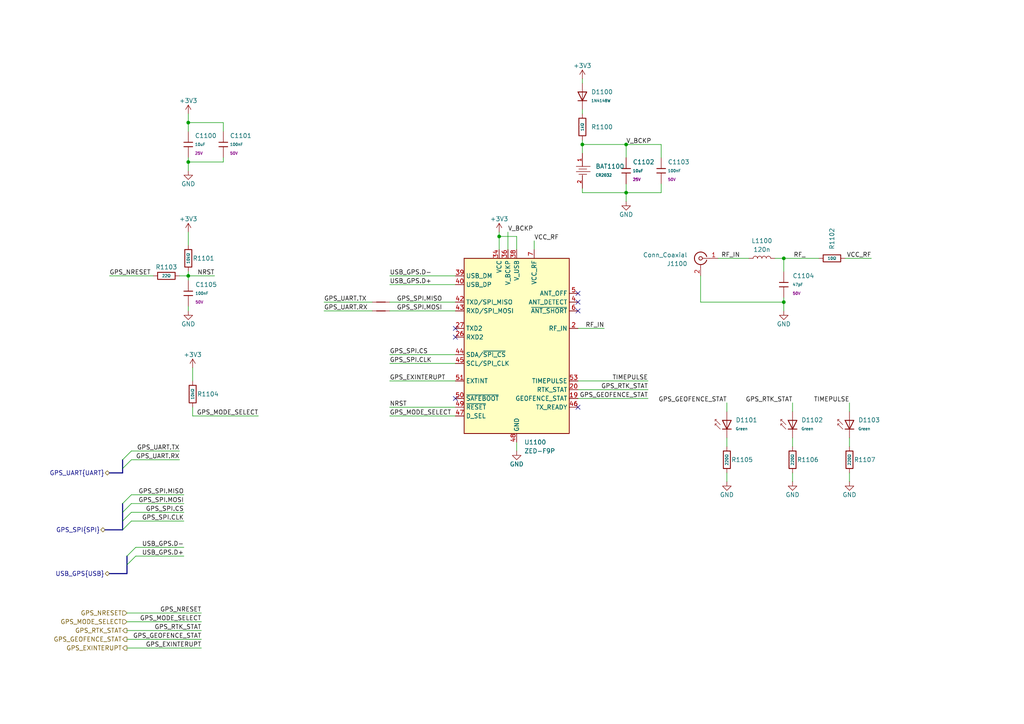
<source format=kicad_sch>
(kicad_sch (version 20231120) (generator "eeschema") (generator_version "8.0")
  (paper "A4")
  (title_block (title "ModuCard nav module") (rev "1.0") (comment 2 "Project author: Patryk Dudziński"))
  (lib_symbols
    (symbol "0402,100nF,(2)_1" (pin_numbers hide) (pin_names (offset 0))
      (property "Reference" "C" (at 2.032 1.668 0))
      (property "Value" "100nF" (at 2.032 -0.3782 0))
      (property "Voltage Rated" "50V" (at 2.032 -2.0462 0))
      (symbol "0402,100nF,(2)_1_0_1"
        (polyline (pts (xy -1.27 -0.635) (xy 1.27 -0.635)) (stroke (width 0.254)))
        (polyline (pts (xy -1.27 0.635) (xy 1.27 0.635)) (stroke (width 0.254)))
      )
      (symbol "0402,100nF,(2)_1_1_1"
        (pin passive line (at 0 3.81 270) (length 3.175) (name "~") (number "1"))
        (pin passive line (at 0 -3.81 90) (length 3.175) (name "~") (number "2"))
      )
    )
    (symbol "Connector:Conn_Coaxial" (pin_names (offset 1.016) hide)
      (property "Reference" "J" (at 0.254 3.048 0))
      (property "Value" "Conn_Coaxial" (at 2.921 0 90))
      (symbol "Conn_Coaxial_0_1"
        (arc (start -1.778 -0.508) (mid 0.2311 -1.8066) (end 1.778 0) (stroke (width 0.254)))
        (polyline (pts (xy -2.54 0) (xy -0.508 0)))
        (polyline (pts (xy 0 -2.54) (xy 0 -1.778)))
        (circle (center 0 0) (radius 0.508) (stroke (width 0.2032)))
        (arc (start 1.778 0) (mid 0.2099 1.8101) (end -1.778 0.508) (stroke (width 0.254)))
      )
      (symbol "Conn_Coaxial_1_1"
        (pin passive line (at -5.08 0 0) (length 2.54) (name "In") (number "1"))
        (pin passive line (at 0 -5.08 90) (length 2.54) (name "Ext") (number "2"))
      )
    )
    (symbol "Device:L" (pin_numbers hide) (pin_names (offset 1.016) hide)
      (property "Reference" "L" (at -1.27 0 90))
      (property "Value" "L" (at 1.905 0 90))
      (symbol "L_0_1"
        (arc (start 0 -2.54) (mid 0.6323 -1.905) (end 0 -1.27))
        (arc (start 0 -1.27) (mid 0.6323 -0.635) (end 0 0))
        (arc (start 0 0) (mid 0.6323 0.635) (end 0 1.27))
        (arc (start 0 1.27) (mid 0.6323 1.905) (end 0 2.54))
      )
      (symbol "L_1_1"
        (pin passive line (at 0 3.81 270) (length 1.27) (name "1") (number "1"))
        (pin passive line (at 0 -3.81 90) (length 1.27) (name "2") (number "2"))
      )
    )
    (symbol "Device:NetTie_2" (pin_numbers hide) (pin_names (offset 0) hide) (in_bom no)
      (property "Reference" "NT" (at 0 1.27 0))
      (property "Value" "NetTie_2" (at 0 -1.27 0))
      (symbol "NetTie_2_0_1"
        (polyline (pts (xy -1.27 0) (xy 1.27 0)) (stroke (width 0.254)))
      )
      (symbol "NetTie_2_1_1"
        (pin passive line (at -2.54 0 0) (length 2.54) (name "1") (number "1"))
        (pin passive line (at 2.54 0 180) (length 2.54) (name "2") (number "2"))
      )
    )
    (symbol "PCM_JLCPCB-Capacitors:0402,100nF,(2)" (pin_numbers hide) (pin_names (offset 0))
      (property "Reference" "C" (at 2.032 1.668 0))
      (property "Value" "100nF" (at 2.032 -0.3782 0))
      (property "Voltage Rated" "50V" (at 2.032 -2.0462 0))
      (symbol "0402,100nF,(2)_0_1"
        (polyline (pts (xy -1.27 -0.635) (xy 1.27 -0.635)) (stroke (width 0.254)))
        (polyline (pts (xy -1.27 0.635) (xy 1.27 0.635)) (stroke (width 0.254)))
      )
      (symbol "0402,100nF,(2)_1_1"
        (pin passive line (at 0 3.81 270) (length 3.175) (name "~") (number "1"))
        (pin passive line (at 0 -3.81 90) (length 3.175) (name "~") (number "2"))
      )
    )
    (symbol "PCM_JLCPCB-Capacitors:0402,47pF" (pin_numbers hide) (pin_names (offset 0))
      (property "Reference" "C" (at 2.032 1.668 0))
      (property "Value" "47pF" (at 2.032 -0.3782 0))
      (property "Voltage Rated" "50V" (at 2.032 -2.0462 0))
      (symbol "0402,47pF_0_1"
        (polyline (pts (xy -1.27 -0.635) (xy 1.27 -0.635)) (stroke (width 0.254)))
        (polyline (pts (xy -1.27 0.635) (xy 1.27 0.635)) (stroke (width 0.254)))
      )
      (symbol "0402,47pF_1_1"
        (pin passive line (at 0 3.81 270) (length 3.175) (name "~") (number "1"))
        (pin passive line (at 0 -3.81 90) (length 3.175) (name "~") (number "2"))
      )
    )
    (symbol "PCM_JLCPCB-Capacitors:0603,10uF,(2)" (pin_numbers hide) (pin_names (offset 0))
      (property "Reference" "C" (at 2.032 1.668 0))
      (property "Value" "10uF" (at 2.032 -0.3782 0))
      (property "Voltage Rated" "25V" (at 2.032 -2.0462 0))
      (symbol "0603,10uF,(2)_0_1"
        (polyline (pts (xy -1.27 -0.635) (xy 1.27 -0.635)) (stroke (width 0.254)))
        (polyline (pts (xy -1.27 0.635) (xy 1.27 0.635)) (stroke (width 0.254)))
      )
      (symbol "0603,10uF,(2)_1_1"
        (pin passive line (at 0 3.81 270) (length 3.175) (name "~") (number "1"))
        (pin passive line (at 0 -3.81 90) (length 3.175) (name "~") (number "2"))
      )
    )
    (symbol "PCM_JLCPCB-Connectors_Buttons:Battery Holder, CR2032" (pin_names hide)
      (property "Reference" "BAT" (at 0 3.81 0))
      (property "Value" "CR2032" (at 0 -2.54 0))
      (symbol "Battery Holder, CR2032_0_1"
        (polyline (pts (xy -1.27 2.286) (xy -1.27 -1.778)))
        (polyline (pts (xy -0.508 1.27) (xy -0.508 -1.016)))
        (polyline (pts (xy 0.254 2.286) (xy 0.254 -1.778)))
        (polyline (pts (xy 1.016 1.27) (xy 1.016 -1.016)))
        (pin input line (at -5.08 0 0) (length 3.81) (name "1") (number "1"))
      )
      (symbol "Battery Holder, CR2032_1_1"
        (pin input line (at 5.08 0 180) (length 3.81) (name "2") (number "2"))
      )
    )
    (symbol "PCM_JLCPCB-Diodes:LED,0603,Green" (pin_numbers hide) (pin_names (offset 0))
      (property "Reference" "D" (at 2.032 0.834 0))
      (property "Value" "Green" (at 2.032 -1.2122 0))
      (symbol "LED,0603,Green_0_1"
        (polyline (pts (xy -1.27 -1.27) (xy 1.27 -1.27)) (stroke (width 0.254)))
        (polyline (pts (xy -1.27 1.27) (xy 0 -1.27) (xy 1.27 1.27) (xy -1.27 1.27)) (stroke (width 0.254)))
        (polyline (pts (xy -1.905 -1.27) (xy -3.429 0.254) (xy -3.429 -0.254) (xy -3.429 0.254) (xy -2.921 0.254)) (stroke (width 0.127)))
        (polyline (pts (xy -1.905 0) (xy -3.429 1.524) (xy -3.429 1.016) (xy -3.429 1.524) (xy -2.921 1.524)) (stroke (width 0.127)))
      )
      (symbol "LED,0603,Green_1_1"
        (pin passive line (at 0 -3.81 90) (length 3.81) (name "~") (number "1"))
        (pin passive line (at 0 3.81 270) (length 3.81) (name "~") (number "2"))
      )
    )
    (symbol "PCM_JLCPCB-Diodes:Switching,1N4148W" (pin_numbers hide) (pin_names (offset 0))
      (property "Reference" "D" (at 2.032 0.834 0))
      (property "Value" "1N4148W" (at 2.032 -1.2122 0))
      (symbol "Switching,1N4148W_0_1"
        (polyline (pts (xy -1.27 -1.27) (xy 1.27 -1.27)) (stroke (width 0.254)))
        (polyline (pts (xy -1.27 1.27) (xy 0 -1.27) (xy 1.27 1.27) (xy -1.27 1.27)) (stroke (width 0.254)))
      )
      (symbol "Switching,1N4148W_1_1"
        (pin passive line (at 0 -3.81 90) (length 3.81) (name "~") (number "1"))
        (pin passive line (at 0 3.81 270) (length 3.81) (name "~") (number "2"))
      )
    )
    (symbol "PCM_JLCPCB-Resistors:0402,10kΩ" (pin_numbers hide) (pin_names (offset 0))
      (property "Reference" "R" (at 1.778 0 0))
      (property "Value" "10kΩ" (at 0 0 90))
      (symbol "0402,10kΩ_0_1"
        (rectangle (start -1.016 2.54) (end 1.016 -2.54) (stroke (width 0.254)))
      )
      (symbol "0402,10kΩ_1_1"
        (pin passive line (at 0 3.81 270) (length 1.27) (name "~") (number "1"))
        (pin passive line (at 0 -3.81 90) (length 1.27) (name "~") (number "2"))
      )
    )
    (symbol "PCM_JLCPCB-Resistors:0402,10Ω" (pin_numbers hide) (pin_names (offset 0))
      (property "Reference" "R" (at 1.778 0 0))
      (property "Value" "10Ω" (at 0 0 90))
      (symbol "0402,10Ω_0_1"
        (rectangle (start -1.016 2.54) (end 1.016 -2.54) (stroke (width 0.254)))
      )
      (symbol "0402,10Ω_1_1"
        (pin passive line (at 0 3.81 270) (length 1.27) (name "~") (number "1"))
        (pin passive line (at 0 -3.81 90) (length 1.27) (name "~") (number "2"))
      )
    )
    (symbol "PCM_JLCPCB-Resistors:0402,1kΩ" (pin_numbers hide) (pin_names (offset 0))
      (property "Reference" "R" (at 1.778 0 0))
      (property "Value" "1kΩ" (at 0 0 90))
      (symbol "0402,1kΩ_0_1"
        (rectangle (start -1.016 2.54) (end 1.016 -2.54) (stroke (width 0.254)))
      )
      (symbol "0402,1kΩ_1_1"
        (pin passive line (at 0 3.81 270) (length 1.27) (name "~") (number "1"))
        (pin passive line (at 0 -3.81 90) (length 1.27) (name "~") (number "2"))
      )
    )
    (symbol "PCM_JLCPCB-Resistors:0402,220Ω" (pin_numbers hide) (pin_names (offset 0))
      (property "Reference" "R" (at 1.778 0 0))
      (property "Value" "220Ω" (at 0 0 90))
      (symbol "0402,220Ω_0_1"
        (rectangle (start -1.016 2.54) (end 1.016 -2.54) (stroke (width 0.254)))
      )
      (symbol "0402,220Ω_1_1"
        (pin passive line (at 0 3.81 270) (length 1.27) (name "~") (number "1"))
        (pin passive line (at 0 -3.81 90) (length 1.27) (name "~") (number "2"))
      )
    )
    (symbol "PCM_JLCPCB-Resistors:0402,22Ω" (pin_numbers hide) (pin_names (offset 0))
      (property "Reference" "R" (at 1.778 0 0))
      (property "Value" "22Ω" (at 0 0 90))
      (symbol "0402,22Ω_0_1"
        (rectangle (start -1.016 2.54) (end 1.016 -2.54) (stroke (width 0.254)))
      )
      (symbol "0402,22Ω_1_1"
        (pin passive line (at 0 3.81 270) (length 1.27) (name "~") (number "1"))
        (pin passive line (at 0 -3.81 90) (length 1.27) (name "~") (number "2"))
      )
    )
    (symbol "RF_GPS:ZED-F9P"
      (property "Reference" "U" (at -13.97 26.67 0))
      (property "Value" "ZED-F9P" (at 11.43 26.67 0))
      (symbol "ZED-F9P_0_1"
        (rectangle (start -15.24 25.4) (end 15.24 -25.4) (stroke (width 0.254)) (fill (type background)))
      )
      (symbol "ZED-F9P_1_1"
        (pin passive line (at 0 -27.94 90) (length 2.54) hide (name "GND") (number "1"))
        (pin no_connect line (at -15.24 7.62 0) (length 2.54) hide (name "Reserved") (number "10"))
        (pin no_connect line (at -15.24 0 0) (length 2.54) hide (name "Reserved") (number "11"))
        (pin passive line (at 0 -27.94 90) (length 2.54) hide (name "GND") (number "12"))
        (pin no_connect line (at -15.24 -7.62 0) (length 2.54) hide (name "Reserved") (number "13"))
        (pin passive line (at 0 -27.94 90) (length 2.54) hide (name "GND") (number "14"))
        (pin no_connect line (at -15.24 -12.7 0) (length 2.54) hide (name "Reserved") (number "15"))
        (pin no_connect line (at -7.62 -25.4 90) (length 2.54) hide (name "Reserved") (number "16"))
        (pin no_connect line (at -5.08 -25.4 90) (length 2.54) hide (name "Reserved") (number "17"))
        (pin no_connect line (at -2.54 -25.4 90) (length 2.54) hide (name "Reserved") (number "18"))
        (pin output line (at 17.78 -15.24 180) (length 2.54) (name "GEOFENCE_STAT") (number "19"))
        (pin input line (at 17.78 5.08 180) (length 2.54) (name "RF_IN") (number "2"))
        (pin output line (at 17.78 -12.7 180) (length 2.54) (name "RTK_STAT") (number "20"))
        (pin no_connect line (at 2.54 -25.4 90) (length 2.54) hide (name "Reserved") (number "21"))
        (pin no_connect line (at 5.08 -25.4 90) (length 2.54) hide (name "Reserved") (number "22"))
        (pin no_connect line (at 7.62 -25.4 90) (length 2.54) hide (name "Reserved") (number "23"))
        (pin no_connect line (at 15.24 -7.62 180) (length 2.54) hide (name "Reserved") (number "24"))
        (pin no_connect line (at 15.24 -5.08 180) (length 2.54) hide (name "Reserved") (number "25"))
        (pin input line (at -17.78 2.54 0) (length 2.54) (name "RXD2") (number "26"))
        (pin output line (at -17.78 5.08 0) (length 2.54) (name "TXD2") (number "27"))
        (pin no_connect line (at 15.24 -2.54 180) (length 2.54) hide (name "Reserved") (number "28"))
        (pin no_connect line (at 15.24 0 180) (length 2.54) hide (name "Reserved") (number "29"))
        (pin passive line (at 0 -27.94 90) (length 2.54) hide (name "GND") (number "3"))
        (pin no_connect line (at 15.24 2.54 180) (length 2.54) hide (name "Reserved") (number "30"))
        (pin no_connect line (at 15.24 7.62 180) (length 2.54) hide (name "Reserved") (number "31"))
        (pin passive line (at 0 -27.94 90) (length 2.54) hide (name "GND") (number "32"))
        (pin passive line (at -5.08 27.94 270) (length 2.54) hide (name "VCC") (number "33"))
        (pin power_in line (at -5.08 27.94 270) (length 2.54) (name "VCC") (number "34"))
        (pin no_connect line (at 15.24 17.78 180) (length 2.54) hide (name "Reserved") (number "35"))
        (pin power_in line (at -2.54 27.94 270) (length 2.54) (name "V_BCKP") (number "36"))
        (pin passive line (at 0 -27.94 90) (length 2.54) hide (name "GND") (number "37"))
        (pin power_in line (at 0 27.94 270) (length 2.54) (name "V_USB") (number "38"))
        (pin bidirectional line (at -17.78 20.32 0) (length 2.54) (name "USB_DM") (number "39"))
        (pin input line (at 17.78 12.7 180) (length 2.54) (name "ANT_DETECT") (number "4"))
        (pin bidirectional line (at -17.78 17.78 0) (length 2.54) (name "USB_DP") (number "40"))
        (pin passive line (at 0 -27.94 90) (length 2.54) hide (name "GND") (number "41"))
        (pin output line (at -17.78 12.7 0) (length 2.54) (name "TXD/SPI_MISO") (number "42"))
        (pin input line (at -17.78 10.16 0) (length 2.54) (name "RXD/SPI_MOSI") (number "43"))
        (pin bidirectional line (at -17.78 -2.54 0) (length 2.54) (name "SDA/~{SPI_CS}") (number "44"))
        (pin bidirectional line (at -17.78 -5.08 0) (length 2.54) (name "SCL/SPI_CLK") (number "45"))
        (pin output line (at 17.78 -17.78 180) (length 2.54) (name "TX_READY") (number "46"))
        (pin input line (at -17.78 -20.32 0) (length 2.54) (name "D_SEL") (number "47"))
        (pin power_in line (at 0 -27.94 90) (length 2.54) (name "GND") (number "48"))
        (pin input line (at -17.78 -17.78 0) (length 2.54) (name "~{RESET}") (number "49"))
        (pin output line (at 17.78 15.24 180) (length 2.54) (name "ANT_OFF") (number "5"))
        (pin input line (at -17.78 -15.24 0) (length 2.54) (name "~{SAFEBOOT}") (number "50"))
        (pin input line (at -17.78 -10.16 0) (length 2.54) (name "EXTINT") (number "51"))
        (pin no_connect line (at 15.24 20.32 180) (length 2.54) hide (name "Reserved") (number "52"))
        (pin output line (at 17.78 -10.16 180) (length 2.54) (name "TIMEPULSE") (number "53"))
        (pin no_connect line (at 15.24 22.86 180) (length 2.54) hide (name "Reserved") (number "54"))
        (pin passive line (at 0 -27.94 90) (length 2.54) hide (name "GND") (number "55"))
        (pin input line (at 17.78 10.16 180) (length 2.54) (name "~{ANT_SHORT}") (number "6"))
        (pin power_out line (at 5.08 27.94 270) (length 2.54) (name "VCC_RF") (number "7"))
        (pin no_connect line (at -15.24 22.86 0) (length 2.54) hide (name "Reserved") (number "8"))
        (pin no_connect line (at -15.24 15.24 0) (length 2.54) hide (name "Reserved") (number "9"))
      )
    )
    (symbol "power:+5V" (power) (pin_numbers hide) (pin_names (offset 0) hide)
      (property "Value" "+5V" (at 0 3.556 0))
      (symbol "+5V_0_1"
        (polyline (pts (xy -0.762 1.27) (xy 0 2.54)))
        (polyline (pts (xy 0 0) (xy 0 2.54)))
        (polyline (pts (xy 0 2.54) (xy 0.762 1.27)))
      )
      (symbol "+5V_1_1"
        (pin power_in line (at 0 0 90) (length 0) (name "~") (number "1"))
      )
    )
    (symbol "power:GND" (power) (pin_numbers hide) (pin_names (offset 0) hide)
      (property "Value" "GND" (at 0 -3.81 0))
      (symbol "GND_0_1"
        (polyline (pts (xy 0 0) (xy 0 -1.27) (xy 1.27 -1.27) (xy 0 -2.54) (xy -1.27 -1.27) (xy 0 -1.27)))
      )
      (symbol "GND_1_1"
        (pin power_in line (at 0 0 270) (length 0) (name "~") (number "1"))
      )
    )
  )
  (bus_alias "I2C" (members "SCL" "SDA"))
  (bus_alias "SPI" (members "MISO" "MOSI" "CS" "CLK"))
  (bus_alias "UART" (members "TX" "RX"))
  (junction (at 54.61 35.56))
  (junction (at 227.33 74.93))
  (junction (at 181.61 55.88))
  (junction (at 227.33 87.63))
  (junction (at 144.78 68.58))
  (junction (at 54.61 46.99))
  (junction (at 181.61 41.91))
  (junction (at 54.61 80.01))
  (junction (at 168.91 41.91))
  (no_connect (at 132.08 95.25))
  (no_connect (at 132.08 97.79))
  (no_connect (at 167.64 85.09))
  (no_connect (at 132.08 115.57))
  (no_connect (at 167.64 118.11))
  (no_connect (at 167.64 90.17))
  (no_connect (at 167.64 87.63))
  (bus_entry (at 35.56 146.05) (size 2.54 -2.54))
  (bus_entry (at 36.83 161.29) (size 2.54 -2.54))
  (bus_entry (at 35.56 151.13) (size 2.54 -2.54))
  (bus_entry (at 35.56 133.35) (size 2.54 -2.54))
  (bus_entry (at 35.56 148.59) (size 2.54 -2.54))
  (bus_entry (at 36.83 163.83) (size 2.54 -2.54))
  (bus_entry (at 35.56 153.67) (size 2.54 -2.54))
  (bus_entry (at 35.56 135.89) (size 2.54 -2.54))
  (wire (pts (xy 210.82 137.16) (xy 210.82 139.7)))
  (wire (pts (xy 168.91 55.88) (xy 168.91 54.61)))
  (wire (pts (xy 246.38 116.84) (xy 246.38 119.38)))
  (bus (pts (xy 31.75 166.37) (xy 36.83 166.37)))
  (wire (pts (xy 64.77 35.56) (xy 54.61 35.56)))
  (wire (pts (xy 149.86 72.39) (xy 149.86 68.58)))
  (wire (pts (xy 208.28 74.93) (xy 217.17 74.93)))
  (wire (pts (xy 64.77 35.56) (xy 64.77 38.1)))
  (wire (pts (xy 38.1 151.13) (xy 53.34 151.13)))
  (wire (pts (xy 203.2 87.63) (xy 227.33 87.63)))
  (wire (pts (xy 181.61 55.88) (xy 181.61 58.42)))
  (wire (pts (xy 144.78 68.58) (xy 144.78 72.39)))
  (bus (pts (xy 35.56 135.89) (xy 35.56 137.16)))
  (wire (pts (xy 224.79 74.93) (xy 227.33 74.93)))
  (wire (pts (xy 113.03 102.87) (xy 132.08 102.87)))
  (wire (pts (xy 154.94 69.85) (xy 154.94 72.39)))
  (wire (pts (xy 113.03 118.11) (xy 132.08 118.11)))
  (wire (pts (xy 246.38 127) (xy 246.38 129.54)))
  (wire (pts (xy 93.98 90.17) (xy 107.95 90.17)))
  (wire (pts (xy 39.37 158.75) (xy 53.34 158.75)))
  (wire (pts (xy 168.91 40.64) (xy 168.91 41.91)))
  (wire (pts (xy 93.98 87.63) (xy 107.95 87.63)))
  (wire (pts (xy 52.07 80.01) (xy 54.61 80.01)))
  (wire (pts (xy 175.26 95.25) (xy 167.64 95.25)))
  (wire (pts (xy 54.61 33.02) (xy 54.61 35.56)))
  (wire (pts (xy 113.03 105.41) (xy 132.08 105.41)))
  (wire (pts (xy 181.61 41.91) (xy 181.61 45.72)))
  (wire (pts (xy 181.61 41.91) (xy 191.77 41.91)))
  (wire (pts (xy 38.1 130.81) (xy 52.07 130.81)))
  (wire (pts (xy 229.87 116.84) (xy 229.87 119.38)))
  (wire (pts (xy 55.88 120.65) (xy 55.88 118.11)))
  (bus (pts (xy 36.83 161.29) (xy 36.83 163.83)))
  (bus (pts (xy 35.56 146.05) (xy 35.56 148.59)))
  (wire (pts (xy 149.86 68.58) (xy 144.78 68.58)))
  (wire (pts (xy 227.33 74.93) (xy 237.49 74.93)))
  (wire (pts (xy 113.03 82.55) (xy 132.08 82.55)))
  (wire (pts (xy 54.61 35.56) (xy 54.61 38.1)))
  (wire (pts (xy 38.1 133.35) (xy 52.07 133.35)))
  (wire (pts (xy 245.11 74.93) (xy 252.73 74.93)))
  (wire (pts (xy 39.37 161.29) (xy 53.34 161.29)))
  (wire (pts (xy 210.82 116.84) (xy 210.82 119.38)))
  (bus (pts (xy 30.48 153.67) (xy 35.56 153.67)))
  (wire (pts (xy 113.03 120.65) (xy 132.08 120.65)))
  (wire (pts (xy 187.96 110.49) (xy 167.64 110.49)))
  (bus (pts (xy 35.56 133.35) (xy 35.56 135.89)))
  (wire (pts (xy 36.83 177.8) (xy 58.42 177.8)))
  (wire (pts (xy 54.61 46.99) (xy 64.77 46.99)))
  (wire (pts (xy 229.87 137.16) (xy 229.87 139.7)))
  (wire (pts (xy 38.1 148.59) (xy 53.34 148.59)))
  (bus (pts (xy 35.56 148.59) (xy 35.56 151.13)))
  (wire (pts (xy 227.33 78.74) (xy 227.33 74.93)))
  (wire (pts (xy 144.78 67.31) (xy 144.78 68.58)))
  (wire (pts (xy 181.61 55.88) (xy 191.77 55.88)))
  (wire (pts (xy 168.91 55.88) (xy 181.61 55.88)))
  (wire (pts (xy 203.2 80.01) (xy 203.2 87.63)))
  (wire (pts (xy 227.33 87.63) (xy 227.33 90.17)))
  (wire (pts (xy 113.03 87.63) (xy 132.08 87.63)))
  (wire (pts (xy 210.82 127) (xy 210.82 129.54)))
  (wire (pts (xy 31.75 80.01) (xy 44.45 80.01)))
  (wire (pts (xy 181.61 53.34) (xy 181.61 55.88)))
  (wire (pts (xy 74.93 120.65) (xy 55.88 120.65)))
  (wire (pts (xy 191.77 53.34) (xy 191.77 55.88)))
  (wire (pts (xy 187.96 115.57) (xy 167.64 115.57)))
  (wire (pts (xy 229.87 127) (xy 229.87 129.54)))
  (wire (pts (xy 38.1 146.05) (xy 53.34 146.05)))
  (wire (pts (xy 36.83 180.34) (xy 58.42 180.34)))
  (wire (pts (xy 54.61 46.99) (xy 54.61 49.53)))
  (wire (pts (xy 113.03 80.01) (xy 132.08 80.01)))
  (wire (pts (xy 227.33 86.36) (xy 227.33 87.63)))
  (bus (pts (xy 31.75 137.16) (xy 35.56 137.16)))
  (wire (pts (xy 168.91 41.91) (xy 168.91 44.45)))
  (wire (pts (xy 36.83 182.88) (xy 58.42 182.88)))
  (wire (pts (xy 113.03 110.49) (xy 132.08 110.49)))
  (bus (pts (xy 35.56 151.13) (xy 35.56 153.67)))
  (wire (pts (xy 246.38 137.16) (xy 246.38 139.7)))
  (wire (pts (xy 147.32 67.31) (xy 147.32 72.39)))
  (wire (pts (xy 64.77 45.72) (xy 64.77 46.99)))
  (wire (pts (xy 54.61 45.72) (xy 54.61 46.99)))
  (wire (pts (xy 191.77 45.72) (xy 191.77 41.91)))
  (wire (pts (xy 55.88 106.68) (xy 55.88 110.49)))
  (wire (pts (xy 149.86 128.27) (xy 149.86 130.81)))
  (wire (pts (xy 54.61 78.74) (xy 54.61 80.01)))
  (wire (pts (xy 187.96 113.03) (xy 167.64 113.03)))
  (wire (pts (xy 54.61 80.01) (xy 62.23 80.01)))
  (wire (pts (xy 54.61 80.01) (xy 54.61 81.28)))
  (wire (pts (xy 168.91 22.86) (xy 168.91 24.13)))
  (wire (pts (xy 36.83 187.96) (xy 58.42 187.96)))
  (wire (pts (xy 168.91 31.75) (xy 168.91 33.02)))
  (wire (pts (xy 168.91 41.91) (xy 181.61 41.91)))
  (bus (pts (xy 36.83 163.83) (xy 36.83 166.37)))
  (wire (pts (xy 54.61 67.31) (xy 54.61 71.12)))
  (wire (pts (xy 54.61 88.9) (xy 54.61 90.17)))
  (wire (pts (xy 38.1 143.51) (xy 53.34 143.51)))
  (wire (pts (xy 113.03 90.17) (xy 132.08 90.17)))
  (wire (pts (xy 36.83 185.42) (xy 58.42 185.42)))
  (label "GPS_MODE_SELECT" (at 58.42 180.34 180))
  (label "GPS_RTK_STAT" (at 58.42 182.88 180))
  (label "GPS_GEOFENCE_STAT" (at 187.96 115.57 180))
  (label "RF_IN" (at 175.26 95.25 180))
  (label "GPS_UART.TX" (at 93.98 87.63 0))
  (label "GPS_MODE_SELECT" (at 74.93 120.65 180))
  (label "TIMEPULSE" (at 246.38 116.84 180))
  (label "GPS_UART.TX" (at 52.07 130.81 180))
  (label "GPS_GEOFENCE_STAT" (at 58.42 185.42 180))
  (label "USB_GPS.D+" (at 113.03 82.55 0))
  (label "V_BCKP" (at 147.32 67.31 0))
  (label "GPS_SPI.MISO" (at 128.27 87.63 180))
  (label "GPS_SPI.CS" (at 53.34 148.59 180))
  (label "GPS_RTK_STAT" (at 229.87 116.84 180))
  (label "GPS_SPI.MOSI" (at 53.34 146.05 180))
  (label "NRST" (at 62.23 80.01 180))
  (label "USB_GPS.D-" (at 53.34 158.75 180))
  (label "VCC_RF" (at 252.73 74.93 180))
  (label "GPS_UART.RX" (at 52.07 133.35 180))
  (label "V_BCKP" (at 181.61 41.91 0))
  (label "USB_GPS.D+" (at 53.34 161.29 180))
  (label "GPS_EXINTERUPT" (at 58.42 187.96 180))
  (label "RF_" (at 233.68 74.93 180))
  (label "GPS_EXINTERUPT" (at 113.03 110.49 0))
  (label "GPS_RTK_STAT" (at 187.96 113.03 180))
  (label "GPS_NRESET" (at 58.42 177.8 180))
  (label "TIMEPULSE" (at 187.96 110.49 180))
  (label "VCC_RF" (at 154.94 69.85 0))
  (label "GPS_SPI.MISO" (at 53.34 143.51 180))
  (label "GPS_SPI.CLK" (at 113.03 105.41 0))
  (label "GPS_MODE_SELECT" (at 113.03 120.65 0))
  (label "GPS_UART.RX" (at 93.98 90.17 0))
  (label "GPS_SPI.MOSI" (at 128.27 90.17 180))
  (label "GPS_NRESET" (at 31.75 80.01 0))
  (label "RF_IN" (at 214.63 74.93 180))
  (label "NRST" (at 113.03 118.11 0))
  (label "USB_GPS.D-" (at 113.03 80.01 0))
  (label "GPS_SPI.CS" (at 113.03 102.87 0))
  (label "GPS_SPI.CLK" (at 53.34 151.13 180))
  (label "GPS_GEOFENCE_STAT" (at 210.82 116.84 180))
  (hierarchical_label "GPS_GEOFENCE_STAT" (shape output) (at 36.83 185.42 180))
  (hierarchical_label "GPS_RTK_STAT" (shape output) (at 36.83 182.88 180))
  (hierarchical_label "USB_GPS{USB}" (shape bidirectional) (at 31.75 166.37 180))
  (hierarchical_label "GPS_NRESET" (shape input) (at 36.83 177.8 180))
  (hierarchical_label "GPS_EXINTERUPT" (shape output) (at 36.83 187.96 180))
  (hierarchical_label "GPS_MODE_SELECT" (shape input) (at 36.83 180.34 180))
  (hierarchical_label "GPS_UART{UART}" (shape bidirectional) (at 31.75 137.16 180))
  (hierarchical_label "GPS_SPI{SPI}" (shape bidirectional) (at 30.48 153.67 180))
  (symbol (lib_id "Device:NetTie_2") (at 110.49 87.63 0) (unit 1) (in_bom no)
    (property "Reference" "NT1100" (effects (hide yes)))
    (property "Value" "NetTie_2" (effects (hide yes)))
    (property "Footprint" "NetTie:NetTie-2_SMD_Pad0.5mm" (effects (hide yes)))
    (property "Description" "Net tie, 2 pins" (effects (hide yes)))
  )
  (symbol (lib_id "power:GND") (at 210.82 139.7 0) (unit 1)
    (property "Reference" "#PWR01110" (effects (hide yes)))
    (property "Value" "GND" (at 210.82 143.51 0))
    (property "Description" "Power symbol creates a global label with name \"GND\" , ground" (effects (hide yes)))
  )
  (symbol (lib_id "PCM_JLCPCB-Capacitors:0603,10uF,(2)") (at 54.61 41.91 0) (unit 1)
    (property "Reference" "C1100" (at 56.515 39.37 0) (effects (justify left)))
    (property "Value" "10uF" (at 56.515 41.9101 0) (effects (font (size 0.8 0.8)) (justify left)))
    (property "Footprint" "PCM_JLCPCB:C_0603" (effects (hide yes)))
    (property "Datasheet" "https://www.lcsc.com/datasheet/lcsc_datasheet_2304140030_Samsung-Electro-Mechanics-CL10A106MA8NRNC_C96446.pdf" (effects (hide yes)))
    (property "Description" "25V 10uF X5R ±20% 0603 Multilayer Ceramic Capacitors MLCC - SMD/SMT ROHS" (effects (hide yes)))
    (property "LCSC" "C96446" (effects (hide yes)))
    (property "Stock" "4293394" (effects (hide yes)))
    (property "Price" "0.017USD" (effects (hide yes)))
    (property "Process" "SMT" (effects (hide yes)))
    (property "Minimum Qty" "20" (effects (hide yes)))
    (property "Attrition Qty" "8" (effects (hide yes)))
    (property "Class" "Basic Component" (effects (hide yes)))
    (property "Category" "Capacitors,Multilayer Ceramic Capacitors MLCC - SMD/SMT" (effects (hide yes)))
    (property "Manufacturer" "Samsung Electro-Mechanics" (effects (hide yes)))
    (property "Part" "CL10A106MA8NRNC" (effects (hide yes)))
    (property "Voltage Rated" "25V" (at 56.515 44.4501 0) (effects (font (size 0.8 0.8)) (justify left)))
    (property "Tolerance" "±20%" (effects (hide yes)))
    (property "Capacitance" "10uF" (effects (hide yes)))
    (property "Temperature Coefficient" "X5R" (effects (hide yes)))
  )
  (symbol (lib_id "PCM_JLCPCB-Resistors:0402,10Ω") (at 241.3 74.93 90) (unit 1)
    (property "Reference" "R1102" (at 241.2999 72.39 0) (effects (justify left)))
    (property "Value" "10Ω" (at 241.3 74.93 90) (effects (font (size 0.8 0.8))))
    (property "Footprint" "PCM_JLCPCB:R_0402" (effects (hide yes)))
    (property "Datasheet" "https://www.lcsc.com/datasheet/lcsc_datasheet_2205311900_UNI-ROYAL-Uniroyal-Elec-0402WGF100JTCE_C25077.pdf" (effects (hide yes)))
    (property "Description" "62.5mW Thick Film Resistors 50V ±1% ±200ppm/°C 10Ω 0402 Chip Resistor - Surface Mount ROHS" (effects (hide yes)))
    (property "LCSC" "C25077" (effects (hide yes)))
    (property "Stock" "2241750" (effects (hide yes)))
    (property "Price" "0.004USD" (effects (hide yes)))
    (property "Process" "SMT" (effects (hide yes)))
    (property "Minimum Qty" "20" (effects (hide yes)))
    (property "Attrition Qty" "10" (effects (hide yes)))
    (property "Class" "Basic Component" (effects (hide yes)))
    (property "Category" "Resistors,Chip Resistor - Surface Mount" (effects (hide yes)))
    (property "Manufacturer" "UNI-ROYAL(Uniroyal Elec)" (effects (hide yes)))
    (property "Part" "0402WGF100JTCE" (effects (hide yes)))
    (property "Resistance" "10Ω" (effects (hide yes)))
    (property "Power(Watts)" "62.5mW" (effects (hide yes)))
    (property "Type" "Thick Film Resistors" (effects (hide yes)))
    (property "Overload Voltage (Max)" "50V" (effects (hide yes)))
    (property "Operating Temperature Range" "-55°C~+155°C" (effects (hide yes)))
    (property "Tolerance" "±1%" (effects (hide yes)))
    (property "Temperature Coefficient" "±200ppm/°C" (effects (hide yes)))
  )
  (symbol (lib_id "power:GND") (at 54.61 49.53 0) (unit 1)
    (property "Reference" "#PWR01102" (effects (hide yes)))
    (property "Value" "GND" (at 54.61 53.34 0))
    (property "Description" "Power symbol creates a global label with name \"GND\" , ground" (effects (hide yes)))
  )
  (symbol (lib_name "0402,100nF,(2)_1") (lib_id "PCM_JLCPCB-Capacitors:0402,100nF,(2)") (at 54.61 85.09 0) (unit 1)
    (property "Reference" "C1105" (at 56.642 82.55 0) (effects (justify left)))
    (property "Value" "100nF" (at 56.642 85.0901 0) (effects (font (size 0.8 0.8)) (justify left)))
    (property "Footprint" "PCM_JLCPCB:C_0402" (effects (hide yes)))
    (property "Datasheet" "https://www.lcsc.com/datasheet/lcsc_datasheet_2304140030_Samsung-Electro-Mechanics-CL05B104KB54PNC_C307331.pdf" (effects (hide yes)))
    (property "Description" "50V 100nF X7R ±10% 0402 Multilayer Ceramic Capacitors MLCC - SMD/SMT ROHS" (effects (hide yes)))
    (property "LCSC" "C307331" (effects (hide yes)))
    (property "Stock" "3851753" (effects (hide yes)))
    (property "Price" "0.008USD" (effects (hide yes)))
    (property "Process" "SMT" (effects (hide yes)))
    (property "Minimum Qty" "20" (effects (hide yes)))
    (property "Attrition Qty" "10" (effects (hide yes)))
    (property "Class" "Basic Component" (effects (hide yes)))
    (property "Category" "Capacitors,Multilayer Ceramic Capacitors MLCC - SMD/SMT" (effects (hide yes)))
    (property "Manufacturer" "Samsung Electro-Mechanics" (effects (hide yes)))
    (property "Part" "CL05B104KB54PNC" (effects (hide yes)))
    (property "Voltage Rated" "50V" (at 56.642 87.6301 0) (effects (font (size 0.8 0.8)) (justify left)))
    (property "Tolerance" "±10%" (effects (hide yes)))
    (property "Capacitance" "100nF" (effects (hide yes)))
    (property "Temperature Coefficient" "X7R" (effects (hide yes)))
  )
  (symbol (lib_id "PCM_JLCPCB-Diodes:LED,0603,Green") (at 229.87 123.19 0) (unit 1)
    (property "Reference" "D1102" (at 232.41 121.8246 0) (effects (justify left)))
    (property "Value" "Green" (at 232.41 124.3647 0) (effects (font (size 0.8 0.8)) (justify left)))
    (property "Footprint" "PCM_JLCPCB:D_0603" (effects (hide yes)))
    (property "Datasheet" "https://wmsc.lcsc.com/wmsc/upload/file/pdf/v2/lcsc/2207051802_Everlight-Elec-19-217-GHC-YR1S2-6T_C2986059.pdf" (effects (hide yes)))
    (property "Description" "0603 LED Indication - Discrete ROHS" (effects (hide yes)))
    (property "LCSC" "C2986059" (effects (hide yes)))
    (property "Stock" "276928" (effects (hide yes)))
    (property "Price" "0.021USD" (effects (hide yes)))
    (property "Process" "SMT" (effects (hide yes)))
    (property "Minimum Qty" "20" (effects (hide yes)))
    (property "Attrition Qty" "8" (effects (hide yes)))
    (property "Class" "Preferred Component" (effects (hide yes)))
    (property "Category" "Optocoupler/LED/Digital Tube/Photoelectric Device,Light Emitting Diodes (LED)" (effects (hide yes)))
    (property "Manufacturer" "Everlight Elec" (effects (hide yes)))
    (property "Part" "19-217/GHC-YR1S2/6T" (effects (hide yes)))
  )
  (symbol (lib_id "power:+5V") (at 168.91 22.86 0) (unit 1)
    (property "Reference" "#PWR01100" (effects (hide yes)))
    (property "Value" "+3V3" (at 168.91 19.05 0))
    (property "Description" "Power symbol creates a global label with name \"+5V\"" (effects (hide yes)))
  )
  (symbol (lib_id "PCM_JLCPCB-Connectors_Buttons:Battery Holder, CR2032") (at 168.91 49.53 270) (unit 1)
    (property "Reference" "BAT1100" (at 172.72 48.2599 90) (effects (justify left)))
    (property "Value" "CR2032" (at 172.72 50.8 90) (effects (font (size 0.8 0.8)) (justify left)))
    (property "Footprint" "Battery:BatteryHolder_Keystone_1060_1x2032" (effects (hide yes)))
    (property "Datasheet" "https://wmsc.lcsc.com/wmsc/upload/file/pdf/v2/lcsc/2203021630_MYOUNG-BS-07-A1BJ001_C2979167.pdf" (effects (hide yes)))
    (property "Description" "-25°C~+85°C CR2032 Plugin Button And Strip Battery Connector ROHS" (effects (hide yes)))
    (property "LCSC" "C2979167" (effects (hide yes)))
    (property "Stock" "4554" (effects (hide yes)))
    (property "Price" "0.293USD" (effects (hide yes)))
    (property "Process" "Hand-Soldered" (effects (hide yes)))
    (property "Minimum Qty" "2" (effects (hide yes)))
    (property "Attrition Qty" "0" (effects (hide yes)))
    (property "Class" "Preferred Component" (effects (hide yes)))
    (property "Category" "Connectors,Button And Strip Battery Connector" (effects (hide yes)))
    (property "Manufacturer" "MYOUNG" (effects (hide yes)))
    (property "Part" "BS-07-A1BJ001" (effects (hide yes)))
  )
  (symbol (lib_id "PCM_JLCPCB-Diodes:Switching,1N4148W") (at 168.91 27.94 0) (unit 1)
    (property "Reference" "D1100" (at 171.45 26.6699 0) (effects (justify left)))
    (property "Value" "1N4148W" (at 171.45 29.21 0) (effects (font (size 0.8 0.8)) (justify left)))
    (property "Footprint" "PCM_JLCPCB:D_SOD-123" (effects (hide yes)))
    (property "Datasheet" "https://www.lcsc.com/datasheet/lcsc_datasheet_1811061725_ST-Semtech-1N4148W_C81598.pdf" (effects (hide yes)))
    (property "Description" "75V Independent Type 1V@50mA 4ns 150mA SOD-123 Switching Diodes ROHS" (effects (hide yes)))
    (property "LCSC" "C81598" (effects (hide yes)))
    (property "Stock" "1757949" (effects (hide yes)))
    (property "Price" "0.014USD" (effects (hide yes)))
    (property "Process" "SMT" (effects (hide yes)))
    (property "Minimum Qty" "20" (effects (hide yes)))
    (property "Attrition Qty" "10" (effects (hide yes)))
    (property "Class" "Basic Component" (effects (hide yes)))
    (property "Category" "Diodes,Switching Diode" (effects (hide yes)))
    (property "Manufacturer" "ST(Semtech)" (effects (hide yes)))
    (property "Part" "1N4148W" (effects (hide yes)))
    (property "Rectified Current" "150mA" (effects (hide yes)))
    (property "Forward Voltage (Vf@If)" "1V@50mA" (effects (hide yes)))
    (property "Reverse Voltage (Vr)" "75V" (effects (hide yes)))
    (property "Reverse Recovery Time (trr)" "4ns" (effects (hide yes)))
    (property "Diode Configuration" "Independent Type" (effects (hide yes)))
    (property "Reverse Leakage Current" "1uA@75V" (effects (hide yes)))
  )
  (symbol (lib_id "PCM_JLCPCB-Capacitors:0603,10uF,(2)") (at 181.61 49.53 0) (unit 1)
    (property "Reference" "C1102" (at 183.515 46.99 0) (effects (justify left)))
    (property "Value" "10uF" (at 183.515 49.5301 0) (effects (font (size 0.8 0.8)) (justify left)))
    (property "Footprint" "PCM_JLCPCB:C_0603" (effects (hide yes)))
    (property "Datasheet" "https://www.lcsc.com/datasheet/lcsc_datasheet_2304140030_Samsung-Electro-Mechanics-CL10A106MA8NRNC_C96446.pdf" (effects (hide yes)))
    (property "Description" "25V 10uF X5R ±20% 0603 Multilayer Ceramic Capacitors MLCC - SMD/SMT ROHS" (effects (hide yes)))
    (property "LCSC" "C96446" (effects (hide yes)))
    (property "Stock" "4293394" (effects (hide yes)))
    (property "Price" "0.017USD" (effects (hide yes)))
    (property "Process" "SMT" (effects (hide yes)))
    (property "Minimum Qty" "20" (effects (hide yes)))
    (property "Attrition Qty" "8" (effects (hide yes)))
    (property "Class" "Basic Component" (effects (hide yes)))
    (property "Category" "Capacitors,Multilayer Ceramic Capacitors MLCC - SMD/SMT" (effects (hide yes)))
    (property "Manufacturer" "Samsung Electro-Mechanics" (effects (hide yes)))
    (property "Part" "CL10A106MA8NRNC" (effects (hide yes)))
    (property "Voltage Rated" "25V" (at 183.515 52.0701 0) (effects (font (size 0.8 0.8)) (justify left)))
    (property "Tolerance" "±20%" (effects (hide yes)))
    (property "Capacitance" "10uF" (effects (hide yes)))
    (property "Temperature Coefficient" "X5R" (effects (hide yes)))
  )
  (symbol (lib_id "RF_GPS:ZED-F9P") (at 149.86 100.33 0) (unit 1)
    (property "Reference" "U1100" (at 152.0541 128.27 0) (effects (justify left)))
    (property "Value" "ZED-F9P" (at 152.0541 130.81 0) (effects (justify left)))
    (property "Footprint" "RF_GPS:ublox_ZED" (effects (hide yes)))
    (property "Datasheet" "https://content.u-blox.com/sites/default/files/ZED-F9P-04B_DataSheet_UBX-21044850.pdf" (effects (hide yes)))
    (property "Description" "GNSS Module ZED F9, VCC 2.7V to 3.6V, LGA-54" (effects (hide yes)))
  )
  (symbol (lib_id "PCM_JLCPCB-Resistors:0402,22Ω") (at 48.26 80.01 90) (unit 1)
    (property "Reference" "R1103" (at 48.26 77.47 90))
    (property "Value" "22Ω" (at 48.26 80.01 90) (effects (font (size 0.8 0.8))))
    (property "Footprint" "PCM_JLCPCB:R_0402" (effects (hide yes)))
    (property "Datasheet" "https://www.lcsc.com/datasheet/lcsc_datasheet_2205311900_UNI-ROYAL-Uniroyal-Elec-0402WGF220JTCE_C25092.pdf" (effects (hide yes)))
    (property "Description" "62.5mW Thick Film Resistors 50V ±1% ±100ppm/°C 22Ω 0402 Chip Resistor - Surface Mount ROHS" (effects (hide yes)))
    (property "LCSC" "C25092" (effects (hide yes)))
    (property "Stock" "2545567" (effects (hide yes)))
    (property "Price" "0.004USD" (effects (hide yes)))
    (property "Process" "SMT" (effects (hide yes)))
    (property "Minimum Qty" "20" (effects (hide yes)))
    (property "Attrition Qty" "10" (effects (hide yes)))
    (property "Class" "Basic Component" (effects (hide yes)))
    (property "Category" "Resistors,Chip Resistor - Surface Mount" (effects (hide yes)))
    (property "Manufacturer" "UNI-ROYAL(Uniroyal Elec)" (effects (hide yes)))
    (property "Part" "0402WGF220JTCE" (effects (hide yes)))
    (property "Resistance" "22Ω" (effects (hide yes)))
    (property "Power(Watts)" "62.5mW" (effects (hide yes)))
    (property "Type" "Thick Film Resistors" (effects (hide yes)))
    (property "Overload Voltage (Max)" "50V" (effects (hide yes)))
    (property "Operating Temperature Range" "-55°C~+155°C" (effects (hide yes)))
    (property "Tolerance" "±1%" (effects (hide yes)))
    (property "Temperature Coefficient" "±100ppm/°C" (effects (hide yes)))
  )
  (symbol (lib_id "power:GND") (at 246.38 139.7 0) (unit 1)
    (property "Reference" "#PWR01112" (effects (hide yes)))
    (property "Value" "GND" (at 246.38 143.51 0))
    (property "Description" "Power symbol creates a global label with name \"GND\" , ground" (effects (hide yes)))
  )
  (symbol (lib_id "PCM_JLCPCB-Resistors:0402,220Ω") (at 229.87 133.35 0) (unit 1)
    (property "Reference" "R1106" (at 231.14 133.35 0) (effects (justify left)))
    (property "Value" "220Ω" (at 229.87 133.35 90) (effects (font (size 0.8 0.8))))
    (property "Footprint" "PCM_JLCPCB:R_0402" (effects (hide yes)))
    (property "Datasheet" "https://www.lcsc.com/datasheet/lcsc_datasheet_2205311900_UNI-ROYAL-Uniroyal-Elec-0402WGF2200TCE_C25091.pdf" (effects (hide yes)))
    (property "Description" "62.5mW Thick Film Resistors 50V ±100ppm/°C ±1% 220Ω 0402 Chip Resistor - Surface Mount ROHS" (effects (hide yes)))
    (property "LCSC" "C25091" (effects (hide yes)))
    (property "Stock" "735848" (effects (hide yes)))
    (property "Price" "0.004USD" (effects (hide yes)))
    (property "Process" "SMT" (effects (hide yes)))
    (property "Minimum Qty" "20" (effects (hide yes)))
    (property "Attrition Qty" "10" (effects (hide yes)))
    (property "Class" "Basic Component" (effects (hide yes)))
    (property "Category" "Resistors,Chip Resistor - Surface Mount" (effects (hide yes)))
    (property "Manufacturer" "UNI-ROYAL(Uniroyal Elec)" (effects (hide yes)))
    (property "Part" "0402WGF2200TCE" (effects (hide yes)))
    (property "Resistance" "220Ω" (effects (hide yes)))
    (property "Power(Watts)" "62.5mW" (effects (hide yes)))
    (property "Type" "Thick Film Resistors" (effects (hide yes)))
    (property "Overload Voltage (Max)" "50V" (effects (hide yes)))
    (property "Operating Temperature Range" "-55°C~+155°C" (effects (hide yes)))
    (property "Tolerance" "±1%" (effects (hide yes)))
    (property "Temperature Coefficient" "±100ppm/°C" (effects (hide yes)))
  )
  (symbol (lib_id "power:GND") (at 229.87 139.7 0) (unit 1)
    (property "Reference" "#PWR01111" (effects (hide yes)))
    (property "Value" "GND" (at 229.87 143.51 0))
    (property "Description" "Power symbol creates a global label with name \"GND\" , ground" (effects (hide yes)))
  )
  (symbol (lib_id "PCM_JLCPCB-Resistors:0402,10kΩ") (at 54.61 74.93 0) (unit 1)
    (property "Reference" "R1101" (at 55.88 74.93 0) (effects (justify left)))
    (property "Value" "10kΩ" (at 54.61 74.93 90) (effects (font (size 0.8 0.8))))
    (property "Footprint" "PCM_JLCPCB:R_0402" (effects (hide yes)))
    (property "Datasheet" "https://www.lcsc.com/datasheet/lcsc_datasheet_2411221126_UNI-ROYAL-Uniroyal-Elec-0402WGF1002TCE_C25744.pdf" (effects (hide yes)))
    (property "Description" "62.5mW Thick Film Resistors 50V ±100ppm/°C ±1% 10kΩ 0402 Chip Resistor - Surface Mount ROHS" (effects (hide yes)))
    (property "LCSC" "C25744" (effects (hide yes)))
    (property "Stock" "14017682" (effects (hide yes)))
    (property "Price" "0.004USD" (effects (hide yes)))
    (property "Process" "SMT" (effects (hide yes)))
    (property "Minimum Qty" "5" (effects (hide yes)))
    (property "Attrition Qty" "0" (effects (hide yes)))
    (property "Class" "Basic Component" (effects (hide yes)))
    (property "Category" "Resistors,Chip Resistor - Surface Mount" (effects (hide yes)))
    (property "Manufacturer" "UNI-ROYAL(Uniroyal Elec)" (effects (hide yes)))
    (property "Part" "0402WGF1002TCE" (effects (hide yes)))
    (property "Resistance" "10kΩ" (effects (hide yes)))
    (property "Power(Watts)" "62.5mW" (effects (hide yes)))
    (property "Type" "Thick Film Resistors" (effects (hide yes)))
    (property "Overload Voltage (Max)" "50V" (effects (hide yes)))
    (property "Operating Temperature Range" "-55°C~+155°C" (effects (hide yes)))
    (property "Tolerance" "±1%" (effects (hide yes)))
    (property "Temperature Coefficient" "±100ppm/°C" (effects (hide yes)))
  )
  (symbol (lib_id "power:+5V") (at 54.61 67.31 0) (unit 1)
    (property "Reference" "#PWR01104" (effects (hide yes)))
    (property "Value" "+3V3" (at 54.61 63.5 0))
    (property "Description" "Power symbol creates a global label with name \"+5V\"" (effects (hide yes)))
  )
  (symbol (lib_id "Connector:Conn_Coaxial") (at 203.2 74.93 0) (mirror y) (unit 1)
    (property "Reference" "J1100" (at 199.39 76.4933 0) (effects (justify left)))
    (property "Value" "Conn_Coaxial" (at 199.39 73.9533 0) (effects (justify left)))
    (property "Footprint" "Connector_Coaxial:SMA_Amphenol_901-143_Horizontal" (effects (hide yes)))
    (property "Description" "coaxial connector (BNC, SMA, SMB, SMC, Cinch/RCA, LEMO, ...)" (effects (hide yes)))
  )
  (symbol (lib_id "power:+5V") (at 55.88 106.68 0) (unit 1)
    (property "Reference" "#PWR01108" (effects (hide yes)))
    (property "Value" "+3V3" (at 55.88 102.87 0))
    (property "Description" "Power symbol creates a global label with name \"+5V\"" (effects (hide yes)))
  )
  (symbol (lib_id "PCM_JLCPCB-Capacitors:0402,47pF") (at 227.33 82.55 180) (unit 1)
    (property "Reference" "C1104" (at 229.87 80.0099 0) (effects (justify right)))
    (property "Value" "47pF" (at 229.87 82.55 0) (effects (font (size 0.8 0.8)) (justify right)))
    (property "Footprint" "PCM_JLCPCB:C_0402" (effects (hide yes)))
    (property "Datasheet" "https://www.lcsc.com/datasheet/lcsc_datasheet_2304140030_FH--Guangdong-Fenghua-Advanced-Tech-0402CG470J500NT_C1567.pdf" (effects (hide yes)))
    (property "Description" "50V 47pF C0G ±5% 0402 Multilayer Ceramic Capacitors MLCC - SMD/SMT ROHS" (effects (hide yes)))
    (property "LCSC" "C1567" (effects (hide yes)))
    (property "Stock" "382070" (effects (hide yes)))
    (property "Price" "0.004USD" (effects (hide yes)))
    (property "Process" "SMT" (effects (hide yes)))
    (property "Minimum Qty" "20" (effects (hide yes)))
    (property "Attrition Qty" "10" (effects (hide yes)))
    (property "Class" "Basic Component" (effects (hide yes)))
    (property "Category" "Capacitors,Multilayer Ceramic Capacitors MLCC - SMD/SMT" (effects (hide yes)))
    (property "Manufacturer" "FH(Guangdong Fenghua Advanced Tech)" (effects (hide yes)))
    (property "Part" "0402CG470J500NT" (effects (hide yes)))
    (property "Voltage Rated" "50V" (at 229.87 85.09 0) (effects (font (size 0.8 0.8)) (justify right)))
    (property "Tolerance" "±5%" (effects (hide yes)))
    (property "Capacitance" "47pF" (effects (hide yes)))
    (property "Temperature Coefficient" "C0G" (effects (hide yes)))
  )
  (symbol (lib_id "power:GND") (at 149.86 130.81 0) (unit 1)
    (property "Reference" "#PWR01109" (effects (hide yes)))
    (property "Value" "GND" (at 149.86 134.62 0))
    (property "Description" "Power symbol creates a global label with name \"GND\" , ground" (effects (hide yes)))
  )
  (symbol (lib_id "PCM_JLCPCB-Resistors:0402,220Ω") (at 210.82 133.35 0) (unit 1)
    (property "Reference" "R1105" (at 212.09 133.35 0) (effects (justify left)))
    (property "Value" "220Ω" (at 210.82 133.35 90) (effects (font (size 0.8 0.8))))
    (property "Footprint" "PCM_JLCPCB:R_0402" (effects (hide yes)))
    (property "Datasheet" "https://www.lcsc.com/datasheet/lcsc_datasheet_2205311900_UNI-ROYAL-Uniroyal-Elec-0402WGF2200TCE_C25091.pdf" (effects (hide yes)))
    (property "Description" "62.5mW Thick Film Resistors 50V ±100ppm/°C ±1% 220Ω 0402 Chip Resistor - Surface Mount ROHS" (effects (hide yes)))
    (property "LCSC" "C25091" (effects (hide yes)))
    (property "Stock" "735848" (effects (hide yes)))
    (property "Price" "0.004USD" (effects (hide yes)))
    (property "Process" "SMT" (effects (hide yes)))
    (property "Minimum Qty" "20" (effects (hide yes)))
    (property "Attrition Qty" "10" (effects (hide yes)))
    (property "Class" "Basic Component" (effects (hide yes)))
    (property "Category" "Resistors,Chip Resistor - Surface Mount" (effects (hide yes)))
    (property "Manufacturer" "UNI-ROYAL(Uniroyal Elec)" (effects (hide yes)))
    (property "Part" "0402WGF2200TCE" (effects (hide yes)))
    (property "Resistance" "220Ω" (effects (hide yes)))
    (property "Power(Watts)" "62.5mW" (effects (hide yes)))
    (property "Type" "Thick Film Resistors" (effects (hide yes)))
    (property "Overload Voltage (Max)" "50V" (effects (hide yes)))
    (property "Operating Temperature Range" "-55°C~+155°C" (effects (hide yes)))
    (property "Tolerance" "±1%" (effects (hide yes)))
    (property "Temperature Coefficient" "±100ppm/°C" (effects (hide yes)))
  )
  (symbol (lib_id "Device:NetTie_2") (at 110.49 90.17 0) (unit 1) (in_bom no)
    (property "Reference" "NT1101" (effects (hide yes)))
    (property "Value" "NetTie_2" (effects (hide yes)))
    (property "Footprint" "NetTie:NetTie-2_SMD_Pad0.5mm" (effects (hide yes)))
    (property "Description" "Net tie, 2 pins" (effects (hide yes)))
  )
  (symbol (lib_id "PCM_JLCPCB-Resistors:0402,10kΩ") (at 55.88 114.3 0) (unit 1)
    (property "Reference" "R1104" (at 57.15 114.3 0) (effects (justify left)))
    (property "Value" "10kΩ" (at 55.88 114.3 90) (effects (font (size 0.8 0.8))))
    (property "Footprint" "PCM_JLCPCB:R_0402" (effects (hide yes)))
    (property "Datasheet" "https://www.lcsc.com/datasheet/lcsc_datasheet_2411221126_UNI-ROYAL-Uniroyal-Elec-0402WGF1002TCE_C25744.pdf" (effects (hide yes)))
    (property "Description" "62.5mW Thick Film Resistors 50V ±100ppm/°C ±1% 10kΩ 0402 Chip Resistor - Surface Mount ROHS" (effects (hide yes)))
    (property "LCSC" "C25744" (effects (hide yes)))
    (property "Stock" "14017682" (effects (hide yes)))
    (property "Price" "0.004USD" (effects (hide yes)))
    (property "Process" "SMT" (effects (hide yes)))
    (property "Minimum Qty" "5" (effects (hide yes)))
    (property "Attrition Qty" "0" (effects (hide yes)))
    (property "Class" "Basic Component" (effects (hide yes)))
    (property "Category" "Resistors,Chip Resistor - Surface Mount" (effects (hide yes)))
    (property "Manufacturer" "UNI-ROYAL(Uniroyal Elec)" (effects (hide yes)))
    (property "Part" "0402WGF1002TCE" (effects (hide yes)))
    (property "Resistance" "10kΩ" (effects (hide yes)))
    (property "Power(Watts)" "62.5mW" (effects (hide yes)))
    (property "Type" "Thick Film Resistors" (effects (hide yes)))
    (property "Overload Voltage (Max)" "50V" (effects (hide yes)))
    (property "Operating Temperature Range" "-55°C~+155°C" (effects (hide yes)))
    (property "Tolerance" "±1%" (effects (hide yes)))
    (property "Temperature Coefficient" "±100ppm/°C" (effects (hide yes)))
  )
  (symbol (lib_id "power:GND") (at 227.33 90.17 0) (unit 1)
    (property "Reference" "#PWR01107" (effects (hide yes)))
    (property "Value" "GND" (at 227.33 93.98 0))
    (property "Description" "Power symbol creates a global label with name \"GND\" , ground" (effects (hide yes)))
  )
  (symbol (lib_id "power:GND") (at 54.61 90.17 0) (unit 1)
    (property "Reference" "#PWR01106" (effects (hide yes)))
    (property "Value" "GND" (at 54.61 93.98 0))
    (property "Description" "Power symbol creates a global label with name \"GND\" , ground" (effects (hide yes)))
  )
  (symbol (lib_id "power:GND") (at 181.61 58.42 0) (unit 1)
    (property "Reference" "#PWR01103" (effects (hide yes)))
    (property "Value" "GND" (at 181.61 62.23 0))
    (property "Description" "Power symbol creates a global label with name \"GND\" , ground" (effects (hide yes)))
  )
  (symbol (lib_id "PCM_JLCPCB-Capacitors:0402,100nF,(2)") (at 64.77 41.91 0) (unit 1)
    (property "Reference" "C1101" (at 66.675 39.3699 0) (effects (justify left)))
    (property "Value" "100nF" (at 66.675 41.91 0) (effects (font (size 0.8 0.8)) (justify left)))
    (property "Footprint" "PCM_JLCPCB:C_0402" (effects (hide yes)))
    (property "Datasheet" "https://www.lcsc.com/datasheet/lcsc_datasheet_2304140030_Samsung-Electro-Mechanics-CL05B104KB54PNC_C307331.pdf" (effects (hide yes)))
    (property "Description" "50V 100nF X7R ±10% 0402 Multilayer Ceramic Capacitors MLCC - SMD/SMT ROHS" (effects (hide yes)))
    (property "LCSC" "C307331" (effects (hide yes)))
    (property "Stock" "5427590" (effects (hide yes)))
    (property "Price" "0.008USD" (effects (hide yes)))
    (property "Process" "SMT" (effects (hide yes)))
    (property "Minimum Qty" "20" (effects (hide yes)))
    (property "Attrition Qty" "10" (effects (hide yes)))
    (property "Class" "Basic Component" (effects (hide yes)))
    (property "Category" "Capacitors,Multilayer Ceramic Capacitors MLCC - SMD/SMT" (effects (hide yes)))
    (property "Manufacturer" "Samsung Electro-Mechanics" (effects (hide yes)))
    (property "Part" "CL05B104KB54PNC" (effects (hide yes)))
    (property "Voltage Rated" "50V" (at 66.675 44.45 0) (effects (font (size 0.8 0.8)) (justify left)))
    (property "Tolerance" "±10%" (effects (hide yes)))
    (property "Capacitance" "100nF" (effects (hide yes)))
    (property "Temperature Coefficient" "X7R" (effects (hide yes)))
  )
  (symbol (lib_id "PCM_JLCPCB-Resistors:0402,220Ω") (at 246.38 133.35 0) (unit 1)
    (property "Reference" "R1107" (at 247.65 133.35 0) (effects (justify left)))
    (property "Value" "220Ω" (at 246.38 133.35 90) (effects (font (size 0.8 0.8))))
    (property "Footprint" "PCM_JLCPCB:R_0402" (effects (hide yes)))
    (property "Datasheet" "https://www.lcsc.com/datasheet/lcsc_datasheet_2205311900_UNI-ROYAL-Uniroyal-Elec-0402WGF2200TCE_C25091.pdf" (effects (hide yes)))
    (property "Description" "62.5mW Thick Film Resistors 50V ±100ppm/°C ±1% 220Ω 0402 Chip Resistor - Surface Mount ROHS" (effects (hide yes)))
    (property "LCSC" "C25091" (effects (hide yes)))
    (property "Stock" "735848" (effects (hide yes)))
    (property "Price" "0.004USD" (effects (hide yes)))
    (property "Process" "SMT" (effects (hide yes)))
    (property "Minimum Qty" "20" (effects (hide yes)))
    (property "Attrition Qty" "10" (effects (hide yes)))
    (property "Class" "Basic Component" (effects (hide yes)))
    (property "Category" "Resistors,Chip Resistor - Surface Mount" (effects (hide yes)))
    (property "Manufacturer" "UNI-ROYAL(Uniroyal Elec)" (effects (hide yes)))
    (property "Part" "0402WGF2200TCE" (effects (hide yes)))
    (property "Resistance" "220Ω" (effects (hide yes)))
    (property "Power(Watts)" "62.5mW" (effects (hide yes)))
    (property "Type" "Thick Film Resistors" (effects (hide yes)))
    (property "Overload Voltage (Max)" "50V" (effects (hide yes)))
    (property "Operating Temperature Range" "-55°C~+155°C" (effects (hide yes)))
    (property "Tolerance" "±1%" (effects (hide yes)))
    (property "Temperature Coefficient" "±100ppm/°C" (effects (hide yes)))
  )
  (symbol (lib_id "Device:L") (at 220.98 74.93 90) (unit 1)
    (property "Reference" "L1100" (at 220.98 69.85 90))
    (property "Value" "120n" (at 220.98 72.39 90))
    (property "Footprint" "Inductor_SMD:L_0402_1005Metric" (effects (hide yes)))
    (property "Description" "Inductor" (effects (hide yes)))
  )
  (symbol (lib_id "PCM_JLCPCB-Capacitors:0402,100nF,(2)") (at 191.77 49.53 0) (unit 1)
    (property "Reference" "C1103" (at 193.675 46.9899 0) (effects (justify left)))
    (property "Value" "100nF" (at 193.675 49.53 0) (effects (font (size 0.8 0.8)) (justify left)))
    (property "Footprint" "PCM_JLCPCB:C_0402" (effects (hide yes)))
    (property "Datasheet" "https://www.lcsc.com/datasheet/lcsc_datasheet_2304140030_Samsung-Electro-Mechanics-CL05B104KB54PNC_C307331.pdf" (effects (hide yes)))
    (property "Description" "50V 100nF X7R ±10% 0402 Multilayer Ceramic Capacitors MLCC - SMD/SMT ROHS" (effects (hide yes)))
    (property "LCSC" "C307331" (effects (hide yes)))
    (property "Stock" "5427590" (effects (hide yes)))
    (property "Price" "0.008USD" (effects (hide yes)))
    (property "Process" "SMT" (effects (hide yes)))
    (property "Minimum Qty" "20" (effects (hide yes)))
    (property "Attrition Qty" "10" (effects (hide yes)))
    (property "Class" "Basic Component" (effects (hide yes)))
    (property "Category" "Capacitors,Multilayer Ceramic Capacitors MLCC - SMD/SMT" (effects (hide yes)))
    (property "Manufacturer" "Samsung Electro-Mechanics" (effects (hide yes)))
    (property "Part" "CL05B104KB54PNC" (effects (hide yes)))
    (property "Voltage Rated" "50V" (at 193.675 52.07 0) (effects (font (size 0.8 0.8)) (justify left)))
    (property "Tolerance" "±10%" (effects (hide yes)))
    (property "Capacitance" "100nF" (effects (hide yes)))
    (property "Temperature Coefficient" "X7R" (effects (hide yes)))
  )
  (symbol (lib_id "PCM_JLCPCB-Diodes:LED,0603,Green") (at 246.38 123.19 0) (unit 1)
    (property "Reference" "D1103" (at 248.92 121.8246 0) (effects (justify left)))
    (property "Value" "Green" (at 248.92 124.3647 0) (effects (font (size 0.8 0.8)) (justify left)))
    (property "Footprint" "PCM_JLCPCB:D_0603" (effects (hide yes)))
    (property "Datasheet" "https://wmsc.lcsc.com/wmsc/upload/file/pdf/v2/lcsc/2207051802_Everlight-Elec-19-217-GHC-YR1S2-6T_C2986059.pdf" (effects (hide yes)))
    (property "Description" "0603 LED Indication - Discrete ROHS" (effects (hide yes)))
    (property "LCSC" "C2986059" (effects (hide yes)))
    (property "Stock" "276928" (effects (hide yes)))
    (property "Price" "0.021USD" (effects (hide yes)))
    (property "Process" "SMT" (effects (hide yes)))
    (property "Minimum Qty" "20" (effects (hide yes)))
    (property "Attrition Qty" "8" (effects (hide yes)))
    (property "Class" "Preferred Component" (effects (hide yes)))
    (property "Category" "Optocoupler/LED/Digital Tube/Photoelectric Device,Light Emitting Diodes (LED)" (effects (hide yes)))
    (property "Manufacturer" "Everlight Elec" (effects (hide yes)))
    (property "Part" "19-217/GHC-YR1S2/6T" (effects (hide yes)))
  )
  (symbol (lib_id "power:+5V") (at 144.78 67.31 0) (unit 1)
    (property "Reference" "#PWR01105" (effects (hide yes)))
    (property "Value" "+3V3" (at 144.78 63.5 0))
    (property "Description" "Power symbol creates a global label with name \"+5V\"" (effects (hide yes)))
  )
  (symbol (lib_id "power:+5V") (at 54.61 33.02 0) (unit 1)
    (property "Reference" "#PWR01101" (effects (hide yes)))
    (property "Value" "+3V3" (at 54.61 29.21 0))
    (property "Description" "Power symbol creates a global label with name \"+5V\"" (effects (hide yes)))
  )
  (symbol (lib_id "PCM_JLCPCB-Diodes:LED,0603,Green") (at 210.82 123.19 0) (unit 1)
    (property "Reference" "D1101" (at 213.36 121.8246 0) (effects (justify left)))
    (property "Value" "Green" (at 213.36 124.3647 0) (effects (font (size 0.8 0.8)) (justify left)))
    (property "Footprint" "PCM_JLCPCB:D_0603" (effects (hide yes)))
    (property "Datasheet" "https://wmsc.lcsc.com/wmsc/upload/file/pdf/v2/lcsc/2207051802_Everlight-Elec-19-217-GHC-YR1S2-6T_C2986059.pdf" (effects (hide yes)))
    (property "Description" "0603 LED Indication - Discrete ROHS" (effects (hide yes)))
    (property "LCSC" "C2986059" (effects (hide yes)))
    (property "Stock" "276928" (effects (hide yes)))
    (property "Price" "0.021USD" (effects (hide yes)))
    (property "Process" "SMT" (effects (hide yes)))
    (property "Minimum Qty" "20" (effects (hide yes)))
    (property "Attrition Qty" "8" (effects (hide yes)))
    (property "Class" "Preferred Component" (effects (hide yes)))
    (property "Category" "Optocoupler/LED/Digital Tube/Photoelectric Device,Light Emitting Diodes (LED)" (effects (hide yes)))
    (property "Manufacturer" "Everlight Elec" (effects (hide yes)))
    (property "Part" "19-217/GHC-YR1S2/6T" (effects (hide yes)))
  )
  (symbol (lib_id "PCM_JLCPCB-Resistors:0402,1kΩ") (at 168.91 36.83 0) (unit 1)
    (property "Reference" "R1100" (at 171.45 36.8299 0) (effects (justify left)))
    (property "Value" "1kΩ" (at 168.91 36.83 90) (effects (font (size 0.8 0.8))))
    (property "Footprint" "PCM_JLCPCB:R_0402" (effects (hide yes)))
    (property "Datasheet" "https://www.lcsc.com/datasheet/lcsc_datasheet_2206010216_UNI-ROYAL-Uniroyal-Elec-0402WGF1001TCE_C11702.pdf" (effects (hide yes)))
    (property "Description" "62.5mW Thick Film Resistors 50V ±100ppm/°C ±1% 1kΩ 0402 Chip Resistor - Surface Mount ROHS" (effects (hide yes)))
    (property "LCSC" "C11702" (effects (hide yes)))
    (property "Stock" "6961773" (effects (hide yes)))
    (property "Price" "0.004USD" (effects (hide yes)))
    (property "Process" "SMT" (effects (hide yes)))
    (property "Minimum Qty" "20" (effects (hide yes)))
    (property "Attrition Qty" "10" (effects (hide yes)))
    (property "Class" "Basic Component" (effects (hide yes)))
    (property "Category" "Resistors,Chip Resistor - Surface Mount" (effects (hide yes)))
    (property "Manufacturer" "UNI-ROYAL(Uniroyal Elec)" (effects (hide yes)))
    (property "Part" "0402WGF1001TCE" (effects (hide yes)))
    (property "Resistance" "1kΩ" (effects (hide yes)))
    (property "Power(Watts)" "62.5mW" (effects (hide yes)))
    (property "Type" "Thick Film Resistors" (effects (hide yes)))
    (property "Overload Voltage (Max)" "50V" (effects (hide yes)))
    (property "Operating Temperature Range" "-55°C~+155°C" (effects (hide yes)))
    (property "Tolerance" "±1%" (effects (hide yes)))
    (property "Temperature Coefficient" "±100ppm/°C" (effects (hide yes)))
  )
)
</source>
